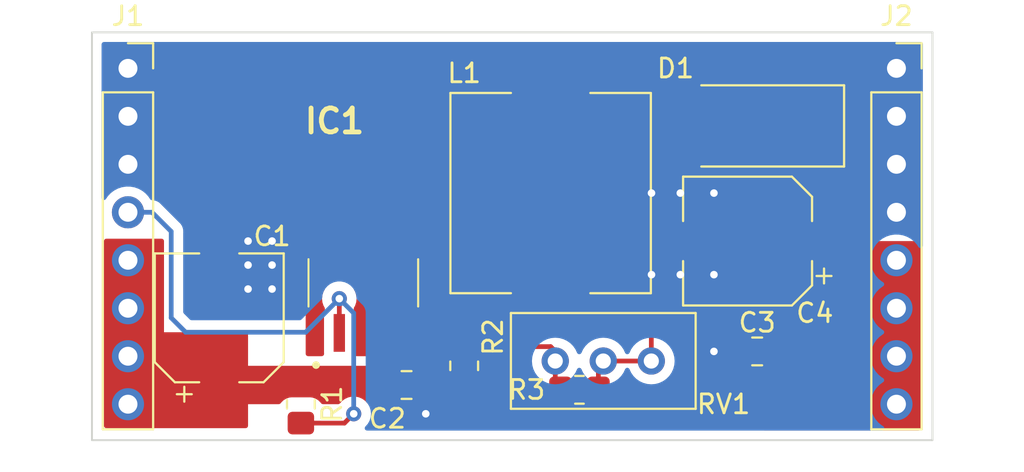
<source format=kicad_pcb>
(kicad_pcb (version 20211014) (generator pcbnew)
  (layers (0 "F.Cu" signal) (31 "B.Cu" signal) (34 "B.Paste" user) (35 "F.Paste" user) (36 "B.SilkS" user "B.Silkscreen") (37 "F.SilkS" user "F.Silkscreen") (38 "B.Mask" user) (39 "F.Mask" user) (44 "Edge.Cuts" user))
  (net 0 "")
  (net 1 "/Vin")
  (net 2 "GND")
  (net 3 "/Vout")
  (net 4 "Net-(D1-Pad2)")
  (net 5 "Net-(IC1-Pad5)")
  (net 6 "Net-(IC1-Pad2)")
  (footprint "Diode_SMD:D_SMA-SMB_Universal_Handsoldering" (layer "F.Cu") (at 152.4 64.008 180)
    (fp_text reference "D1" (at 4.064 3.048) (layer "F.SilkS"))
    (fp_text value "D_Schottky")
    (fp_line (start -4.85 2.15) (end 2.7 2.15) (layer "F.SilkS") (width 0.12))
    (fp_line (start -4.85 -2.15) (end 2.7 -2.15) (layer "F.SilkS") (width 0.12))
    (fp_line (start -4.85 -2.15) (end -4.85 2.15) (layer "F.SilkS") (width 0.12))
    (pad "1" smd trapezoid locked (at -2.9 0 180) (size 3.6 1.7) (rect_delta 0.6 0) (layers "F.Cu" "F.Paste" "F.Mask") (net 3 "/Vout"))
    (pad "2" smd trapezoid locked (at 2.9 0) (size 3.6 1.7) (rect_delta 0.6 0) (layers "F.Cu" "F.Paste" "F.Mask") (net 4 "Net-(D1-Pad2)"))
  )
  (footprint "SamacSys_Parts:XL6008" (layer "F.Cu") (at 131.826 74.966)
    (fp_text reference "IC1" (at -1.524 -11.212) (layer "F.SilkS") (effects (font (size 1.27 1.27) (thickness 0.254))))
    (fp_text value "XL6008" hide)
    (fp_line (start -2.6 1.7) (end -2.6 1.7) (layer "F.SilkS") (width 0.2))
    (fp_line (start -2.9 -3.9) (end -2.9 -1.4) (layer "F.SilkS") (width 0.1))
    (fp_line (start 2.9 -1.4) (end 2.9 -1.4) (layer "F.SilkS") (width 0.1))
    (fp_line (start -2.9 -1.4) (end -2.9 -3.9) (layer "F.SilkS") (width 0.1))
    (fp_line (start -2.4 1.7) (end -2.4 1.7) (layer "F.SilkS") (width 0.2))
    (fp_line (start 2.9 -3.9) (end 2.9 -3.9) (layer "F.SilkS") (width 0.1))
    (fp_line (start -2.9 -1.4) (end -2.9 -1.4) (layer "F.SilkS") (width 0.1))
    (fp_line (start 2.9 -1.4) (end 2.9 -3.9) (layer "F.SilkS") (width 0.1))
    (fp_line (start -2.6 1.7) (end -2.6 1.7) (layer "F.SilkS") (width 0.2))
    (fp_line (start -2.9 -3.9) (end -2.9 -3.9) (layer "F.SilkS") (width 0.1))
    (fp_line (start 2.9 -3.9) (end 2.9 -1.4) (layer "F.SilkS") (width 0.1))
    (fp_arc (start -2.4 1.7) (mid -2.5 1.8) (end -2.6 1.7) (layer "F.SilkS") (width 0.2))
    (fp_arc (start -2.4 1.7) (mid -2.5 1.8) (end -2.6 1.7) (layer "F.SilkS") (width 0.2))
    (fp_arc (start -2.6 1.7) (mid -2.5 1.6) (end -2.4 1.7) (layer "F.SilkS") (width 0.2))
    (pad "1" smd rect locked (at -2.54 0) (size 0.6 2) (layers "F.Cu" "F.Paste" "F.Mask") (net 2 "GND"))
    (pad "2" smd rect locked (at -1.27 0) (size 0.6 2) (layers "F.Cu" "F.Paste" "F.Mask") (net 6 "Net-(IC1-Pad2)"))
    (pad "3" smd rect locked (at 0 0) (size 0.6 2) (layers "F.Cu" "F.Paste" "F.Mask") (net 4 "Net-(D1-Pad2)"))
    (pad "4" smd rect locked (at 1.27 0) (size 0.6 2) (layers "F.Cu" "F.Paste" "F.Mask") (net 1 "/Vin"))
    (pad "5" smd rect locked (at 2.54 0) (size 0.6 2) (layers "F.Cu" "F.Paste" "F.Mask") (net 5 "Net-(IC1-Pad5)"))
    (pad "6" smd rect locked (at 0 -7.2 90) (size 5.6 5.6) (layers "F.Cu" "F.Paste" "F.Mask") (net 4 "Net-(D1-Pad2)"))
  )
  (footprint "Potentiometer_THT:Potentiometer_Bourns_3296W_Vertical" (layer "F.Cu") (at 141.976 76.454 180)
    (fp_text reference "RV1" (at -8.9 -2.286 180) (layer "F.SilkS"))
    (fp_text value "R_Potentiometer")
    (fp_line (start -7.425 -2.53) (end -7.425 2.54) (layer "F.SilkS") (width 0.12))
    (fp_line (start -7.425 -2.53) (end 2.345 -2.53) (layer "F.SilkS") (width 0.12))
    (fp_line (start -7.425 2.54) (end 2.345 2.54) (layer "F.SilkS") (width 0.12))
    (fp_line (start 2.345 -2.53) (end 2.345 2.54) (layer "F.SilkS") (width 0.12))
    (pad "1" thru_hole circle locked (at 0 0 180) (size 1.44 1.44) (drill 0.8) (layers *.Cu *.Mask) (net 5 "Net-(IC1-Pad5)"))
    (pad "2" thru_hole circle locked (at -2.54 0 180) (size 1.44 1.44) (drill 0.8) (layers *.Cu *.Mask) (net 3 "/Vout"))
    (pad "3" thru_hole circle locked (at -5.08 0 180) (size 1.44 1.44) (drill 0.8) (layers *.Cu *.Mask) (net 3 "/Vout"))
  )
  (footprint "Inductor_SMD:L_10.4x10.4_H4.8" (layer "F.Cu") (at 141.732 67.564 90)
    (fp_text reference "L1" (at 6.35 -4.572 180) (layer "F.SilkS"))
    (fp_text value "33uH")
    (fp_line (start -5.3 -2.1) (end -5.3 -5.3) (layer "F.SilkS") (width 0.12))
    (fp_line (start -5.3 5.3) (end -5.3 2.1) (layer "F.SilkS") (width 0.12))
    (fp_line (start -5.3 -5.3) (end 5.3 -5.3) (layer "F.SilkS") (width 0.12))
    (fp_line (start 5.3 2.1) (end 5.3 5.3) (layer "F.SilkS") (width 0.12))
    (fp_line (start 5.3 5.3) (end -5.3 5.3) (layer "F.SilkS") (width 0.12))
    (fp_line (start 5.3 -5.3) (end 5.3 -2.1) (layer "F.SilkS") (width 0.12))
    (pad "1" smd rect locked (at -4.15 0 90) (size 2.7 3.6) (layers "F.Cu" "F.Paste" "F.Mask") (net 1 "/Vin"))
    (pad "2" smd rect locked (at 4.15 0 90) (size 2.7 3.6) (layers "F.Cu" "F.Paste" "F.Mask") (net 4 "Net-(D1-Pad2)"))
  )
  (footprint "Resistor_SMD:R_0805_2012Metric_Pad1.20x1.40mm_HandSolder" (layer "F.Cu") (at 137.16 76.708 -90)
    (fp_text reference "R2" (at -1.524 -1.524 90) (layer "F.SilkS"))
    (fp_text value "R_Small")
    (fp_line (start -0.227064 -0.735) (end 0.227064 -0.735) (layer "F.SilkS") (width 0.12))
    (fp_line (start -0.227064 0.735) (end 0.227064 0.735) (layer "F.SilkS") (width 0.12))
    (pad "1" smd roundrect locked (at -1 0 270) (size 1.2 1.4) (layers "F.Cu" "F.Paste" "F.Mask") (roundrect_rratio 0.208333) (net 5 "Net-(IC1-Pad5)"))
    (pad "2" smd roundrect locked (at 1 0 270) (size 1.2 1.4) (layers "F.Cu" "F.Paste" "F.Mask") (roundrect_rratio 0.208333) (net 2 "GND"))
  )
  (footprint "Resistor_SMD:R_0805_2012Metric_Pad1.20x1.40mm_HandSolder" (layer "F.Cu") (at 143.256 77.978 180)
    (fp_text reference "R3" (at 2.794 0) (layer "F.SilkS"))
    (fp_text value "R_opt")
    (fp_line (start -0.227064 -0.735) (end 0.227064 -0.735) (layer "F.SilkS") (width 0.12))
    (fp_line (start -0.227064 0.735) (end 0.227064 0.735) (layer "F.SilkS") (width 0.12))
    (pad "1" smd roundrect locked (at -1 0 180) (size 1.2 1.4) (layers "F.Cu" "F.Paste" "F.Mask") (roundrect_rratio 0.208333) (net 3 "/Vout"))
    (pad "2" smd roundrect locked (at 1 0 180) (size 1.2 1.4) (layers "F.Cu" "F.Paste" "F.Mask") (roundrect_rratio 0.208333) (net 5 "Net-(IC1-Pad5)"))
  )
  (footprint "Capacitor_SMD:C_0805_2012Metric_Pad1.18x1.45mm_HandSolder" (layer "F.Cu") (at 134.112 77.724)
    (fp_text reference "C2" (at -1.016 1.778) (layer "F.SilkS"))
    (fp_text value "105")
    (fp_line (start -0.261252 -0.735) (end 0.261252 -0.735) (layer "F.SilkS") (width 0.12))
    (fp_line (start -0.261252 0.735) (end 0.261252 0.735) (layer "F.SilkS") (width 0.12))
    (pad "1" smd roundrect locked (at -1.0375 0) (size 1.175 1.45) (layers "F.Cu" "F.Paste" "F.Mask") (roundrect_rratio 0.212766) (net 1 "/Vin"))
    (pad "2" smd roundrect locked (at 1.0375 0) (size 1.175 1.45) (layers "F.Cu" "F.Paste" "F.Mask") (roundrect_rratio 0.212766) (net 2 "GND"))
  )
  (footprint "Resistor_SMD:R_0805_2012Metric_Pad1.20x1.40mm_HandSolder" (layer "F.Cu") (at 128.524 78.74 -90)
    (fp_text reference "R1" (at 0 -1.65 90) (layer "F.SilkS"))
    (fp_text value "R_Small")
    (fp_line (start -0.227064 -0.735) (end 0.227064 -0.735) (layer "F.SilkS") (width 0.12))
    (fp_line (start -0.227064 0.735) (end 0.227064 0.735) (layer "F.SilkS") (width 0.12))
    (pad "1" smd roundrect locked (at -1 0 270) (size 1.2 1.4) (layers "F.Cu" "F.Paste" "F.Mask") (roundrect_rratio 0.208333) (net 1 "/Vin"))
    (pad "2" smd roundrect locked (at 1 0 270) (size 1.2 1.4) (layers "F.Cu" "F.Paste" "F.Mask") (roundrect_rratio 0.208333) (net 6 "Net-(IC1-Pad2)"))
  )
  (footprint "Capacitor_SMD:CP_Elec_6.3x5.9" (layer "F.Cu") (at 124.206 74.168 90)
    (fp_text reference "C1" (at 4.318 2.794) (layer "F.SilkS"))
    (fp_text value "47uF/50V")
    (fp_line (start -2.345563 -3.41) (end 3.41 -3.41) (layer "F.SilkS") (width 0.12))
    (fp_line (start -3.41 2.345563) (end -3.41 1.06) (layer "F.SilkS") (width 0.12))
    (fp_line (start 3.41 3.41) (end 3.41 1.06) (layer "F.SilkS") (width 0.12))
    (fp_line (start -2.345563 3.41) (end 3.41 3.41) (layer "F.SilkS") (width 0.12))
    (fp_line (start -3.41 -2.345563) (end -2.345563 -3.41) (layer "F.SilkS") (width 0.12))
    (fp_line (start -3.41 -2.345563) (end -3.41 -1.06) (layer "F.SilkS") (width 0.12))
    (fp_line (start -4.4375 -1.8475) (end -3.65 -1.8475) (layer "F.SilkS") (width 0.12))
    (fp_line (start -4.04375 -2.24125) (end -4.04375 -1.45375) (layer "F.SilkS") (width 0.12))
    (fp_line (start -3.41 2.345563) (end -2.345563 3.41) (layer "F.SilkS") (width 0.12))
    (fp_line (start 3.41 -3.41) (end 3.41 -1.06) (layer "F.SilkS") (width 0.12))
    (pad "1" smd roundrect locked (at -2.8 0 90) (size 3.5 1.6) (layers "F.Cu" "F.Paste" "F.Mask") (roundrect_rratio 0.15625) (net 1 "/Vin"))
    (pad "2" smd roundrect locked (at 2.8 0 90) (size 3.5 1.6) (layers "F.Cu" "F.Paste" "F.Mask") (roundrect_rratio 0.15625) (net 2 "GND"))
  )
  (footprint "Capacitor_SMD:C_0805_2012Metric_Pad1.18x1.45mm_HandSolder" (layer "F.Cu") (at 152.654 75.946 180)
    (fp_text reference "C3" (at 0 1.524) (layer "F.SilkS"))
    (fp_text value "105")
    (fp_line (start -0.261252 0.735) (end 0.261252 0.735) (layer "F.SilkS") (width 0.12))
    (fp_line (start -0.261252 -0.735) (end 0.261252 -0.735) (layer "F.SilkS") (width 0.12))
    (pad "1" smd roundrect locked (at -1.0375 0 180) (size 1.175 1.45) (layers "F.Cu" "F.Paste" "F.Mask") (roundrect_rratio 0.212766) (net 3 "/Vout"))
    (pad "2" smd roundrect locked (at 1.0375 0 180) (size 1.175 1.45) (layers "F.Cu" "F.Paste" "F.Mask") (roundrect_rratio 0.212766) (net 2 "GND"))
  )
  (footprint "Connector_PinSocket_2.54mm:PinSocket_1x08_P2.54mm_Vertical" (layer "F.Cu") (at 160.02 60.96)
    (fp_text reference "J2" (at 0 -2.77) (layer "F.SilkS"))
    (fp_text value "Conn_01x08_Male")
    (fp_line (start 1.33 -1.33) (end 1.33 0) (layer "F.SilkS") (width 0.12))
    (fp_line (start -1.33 1.27) (end 1.33 1.27) (layer "F.SilkS") (width 0.12))
    (fp_line (start 1.33 1.27) (end 1.33 19.11) (layer "F.SilkS") (width 0.12))
    (fp_line (start -1.33 19.11) (end 1.33 19.11) (layer "F.SilkS") (width 0.12))
    (fp_line (start -1.33 1.27) (end -1.33 19.11) (layer "F.SilkS") (width 0.12))
    (fp_line (start 0 -1.33) (end 1.33 -1.33) (layer "F.SilkS") (width 0.12))
    (pad "1" thru_hole rect locked (at 0 0) (size 1.7 1.7) (drill 1) (layers *.Cu *.Mask) (net 2 "GND"))
    (pad "2" thru_hole oval locked (at 0 2.54) (size 1.7 1.7) (drill 1) (layers *.Cu *.Mask) (net 2 "GND"))
    (pad "3" thru_hole oval locked (at 0 5.08) (size 1.7 1.7) (drill 1) (layers *.Cu *.Mask) (net 2 "GND"))
    (pad "4" thru_hole oval locked (at 0 7.62) (size 1.7 1.7) (drill 1) (layers *.Cu *.Mask) (net 2 "GND"))
    (pad "5" thru_hole oval locked (at 0 10.16) (size 1.7 1.7) (drill 1) (layers *.Cu *.Mask) (net 3 "/Vout"))
    (pad "6" thru_hole oval locked (at 0 12.7) (size 1.7 1.7) (drill 1) (layers *.Cu *.Mask) (net 3 "/Vout"))
    (pad "7" thru_hole oval locked (at 0 15.24) (size 1.7 1.7) (drill 1) (layers *.Cu *.Mask) (net 3 "/Vout"))
    (pad "8" thru_hole oval locked (at 0 17.78) (size 1.7 1.7) (drill 1) (layers *.Cu *.Mask) (net 3 "/Vout"))
  )
  (footprint "Connector_PinSocket_2.54mm:PinSocket_1x08_P2.54mm_Vertical" (layer "F.Cu") (at 119.38 60.96)
    (fp_text reference "J1" (at 0 -2.77) (layer "F.SilkS"))
    (fp_text value "Conn_01x08_Male")
    (fp_line (start 1.33 -1.33) (end 1.33 0) (layer "F.SilkS") (width 0.12))
    (fp_line (start -1.33 1.27) (end 1.33 1.27) (layer "F.SilkS") (width 0.12))
    (fp_line (start 1.33 1.27) (end 1.33 19.11) (layer "F.SilkS") (width 0.12))
    (fp_line (start -1.33 19.11) (end 1.33 19.11) (layer "F.SilkS") (width 0.12))
    (fp_line (start -1.33 1.27) (end -1.33 19.11) (layer "F.SilkS") (width 0.12))
    (fp_line (start 0 -1.33) (end 1.33 -1.33) (layer "F.SilkS") (width 0.12))
    (pad "1" thru_hole rect locked (at 0 0) (size 1.7 1.7) (drill 1) (layers *.Cu *.Mask) (net 2 "GND"))
    (pad "2" thru_hole oval locked (at 0 2.54) (size 1.7 1.7) (drill 1) (layers *.Cu *.Mask) (net 2 "GND"))
    (pad "3" thru_hole oval locked (at 0 5.08) (size 1.7 1.7) (drill 1) (layers *.Cu *.Mask) (net 2 "GND"))
    (pad "4" thru_hole oval locked (at 0 7.62) (size 1.7 1.7) (drill 1) (layers *.Cu *.Mask) (net 6 "Net-(IC1-Pad2)"))
    (pad "5" thru_hole oval locked (at 0 10.16) (size 1.7 1.7) (drill 1) (layers *.Cu *.Mask) (net 1 "/Vin"))
    (pad "6" thru_hole oval locked (at 0 12.7) (size 1.7 1.7) (drill 1) (layers *.Cu *.Mask) (net 1 "/Vin"))
    (pad "7" thru_hole oval locked (at 0 15.24) (size 1.7 1.7) (drill 1) (layers *.Cu *.Mask) (net 1 "/Vin"))
    (pad "8" thru_hole oval locked (at 0 17.78) (size 1.7 1.7) (drill 1) (layers *.Cu *.Mask) (net 1 "/Vin"))
  )
  (footprint "Capacitor_SMD:CP_Elec_6.3x5.9" (layer "F.Cu") (at 152.146 70.104 180)
    (fp_text reference "C4" (at -3.556 -3.81) (layer "F.SilkS"))
    (fp_text value "220uF/50V")
    (fp_line (start -3.41 -2.345563) (end -3.41 -1.06) (layer "F.SilkS") (width 0.12))
    (fp_line (start -2.345563 -3.41) (end 3.41 -3.41) (layer "F.SilkS") (width 0.12))
    (fp_line (start -3.41 2.345563) (end -2.345563 3.41) (layer "F.SilkS") (width 0.12))
    (fp_line (start -3.41 -2.345563) (end -2.345563 -3.41) (layer "F.SilkS") (width 0.12))
    (fp_line (start 3.41 3.41) (end 3.41 1.06) (layer "F.SilkS") (width 0.12))
    (fp_line (start -3.41 2.345563) (end -3.41 1.06) (layer "F.SilkS") (width 0.12))
    (fp_line (start 3.41 -3.41) (end 3.41 -1.06) (layer "F.SilkS") (width 0.12))
    (fp_line (start -4.04375 -2.24125) (end -4.04375 -1.45375) (layer "F.SilkS") (width 0.12))
    (fp_line (start -4.4375 -1.8475) (end -3.65 -1.8475) (layer "F.SilkS") (width 0.12))
    (fp_line (start -2.345563 3.41) (end 3.41 3.41) (layer "F.SilkS") (width 0.12))
    (pad "1" smd roundrect locked (at -2.8 0 180) (size 3.5 1.6) (layers "F.Cu" "F.Paste" "F.Mask") (roundrect_rratio 0.15625) (net 3 "/Vout"))
    (pad "2" smd roundrect locked (at 2.8 0 180) (size 3.5 1.6) (layers "F.Cu" "F.Paste" "F.Mask") (roundrect_rratio 0.15625) (net 2 "GND"))
  )
  (gr_rect (start 117.475 59.055) (end 161.925 80.645) (layer "Edge.Cuts") (width 0.1) (fill none))
  (segment (start 137.144 77.724) (end 137.16 77.708) (width 0.25) (layer "F.Cu") (net 2))
  (segment (start 135.1495 79.2265) (end 135.128 79.248) (width 0.25) (layer "F.Cu") (net 2))
  (segment (start 151.6165 75.946) (end 150.368 75.946) (width 0.25) (layer "F.Cu") (net 2))
  (segment (start 135.1495 77.724) (end 135.1495 79.2265) (width 0.25) (layer "F.Cu") (net 2))
  (segment (start 135.1495 77.724) (end 137.144 77.724) (width 0.25) (layer "F.Cu") (net 2))
  (via (at 150.368 71.882) (size 0.8) (drill 0.4) (layers "F.Cu" "B.Cu") (net 2))
  (via (at 127 71.374) (size 0.8) (drill 0.4) (layers "F.Cu" "B.Cu") (net 2))
  (via (at 127 70.104) (size 0.8) (drill 0.4) (layers "F.Cu" "B.Cu") (net 2))
  (via (at 148.59 71.882) (size 0.8) (drill 0.4) (layers "F.Cu" "B.Cu") (net 2))
  (via (at 125.73 70.104) (size 0.8) (drill 0.4) (layers "F.Cu" "B.Cu") (net 2))
  (via (at 125.73 72.644) (size 0.8) (drill 0.4) (layers "F.Cu" "B.Cu") (net 2))
  (via (at 147.066 71.882) (size 0.8) (drill 0.4) (layers "F.Cu" "B.Cu") (net 2))
  (via (at 148.59 67.564) (size 0.8) (drill 0.4) (layers "F.Cu" "B.Cu") (net 2))
  (via (at 135.128 79.248) (size 0.8) (drill 0.4) (layers "F.Cu" "B.Cu") (net 2))
  (via (at 147.066 67.564) (size 0.8) (drill 0.4) (layers "F.Cu" "B.Cu") (net 2))
  (via (at 150.368 67.564) (size 0.8) (drill 0.4) (layers "F.Cu" "B.Cu") (net 2))
  (via (at 125.73 71.374) (size 0.8) (drill 0.4) (layers "F.Cu" "B.Cu") (net 2))
  (via (at 127 72.644) (size 0.8) (drill 0.4) (layers "F.Cu" "B.Cu") (net 2))
  (via (at 150.368 75.946) (size 0.8) (drill 0.4) (layers "F.Cu" "B.Cu") (net 2))
  (segment (start 147.574 74.168) (end 147.828 73.914) (width 0.25) (layer "F.Cu") (net 3))
  (segment (start 147.056 76.454) (end 147.056 74.686) (width 0.25) (layer "F.Cu") (net 3))
  (segment (start 144.256 76.714) (end 144.516 76.454) (width 0.25) (layer "F.Cu") (net 3))
  (segment (start 144.516 76.454) (end 147.056 76.454) (width 0.25) (layer "F.Cu") (net 3))
  (segment (start 147.056 74.686) (end 147.574 74.168) (width 0.25) (layer "F.Cu") (net 3))
  (segment (start 147.828 73.914) (end 153.67 73.914) (width 0.25) (layer "F.Cu") (net 3))
  (segment (start 144.256 77.978) (end 144.256 76.714) (width 0.25) (layer "F.Cu") (net 3))
  (segment (start 137.176 75.692) (end 141.732 75.692) (width 0.25) (layer "F.Cu") (net 5))
  (segment (start 141.976 77.698) (end 142.256 77.978) (width 0.25) (layer "F.Cu") (net 5))
  (segment (start 141.976 76.454) (end 141.976 77.698) (width 0.25) (layer "F.Cu") (net 5))
  (segment (start 136.418 74.966) (end 137.16 75.708) (width 0.25) (layer "F.Cu") (net 5))
  (segment (start 134.366 74.966) (end 136.418 74.966) (width 0.25) (layer "F.Cu") (net 5))
  (segment (start 137.16 75.708) (end 137.176 75.692) (width 0.25) (layer "F.Cu") (net 5))
  (segment (start 141.976 75.936) (end 141.976 76.454) (width 0.25) (layer "F.Cu") (net 5))
  (segment (start 141.732 75.692) (end 141.976 75.936) (width 0.25) (layer "F.Cu") (net 5))
  (segment (start 128.524 79.74) (end 130.826 79.74) (width 0.25) (layer "F.Cu") (net 6))
  (segment (start 130.826 79.74) (end 131.318 79.248) (width 0.25) (layer "F.Cu") (net 6))
  (segment (start 130.556 73.152) (end 130.556 74.966) (width 0.25) (layer "F.Cu") (net 6))
  (via (at 131.318 79.248) (size 0.8) (drill 0.4) (layers "F.Cu" "B.Cu") (net 6))
  (via (at 130.556 73.152) (size 0.8) (drill 0.4) (layers "F.Cu" "B.Cu") (net 6))
  (segment (start 128.778 74.93) (end 122.428 74.93) (width 0.25) (layer "B.Cu") (net 6))
  (segment (start 121.666 74.168) (end 121.666 69.596) (width 0.25) (layer "B.Cu") (net 6))
  (segment (start 131.318 73.914) (end 130.556 73.152) (width 0.25) (layer "B.Cu") (net 6))
  (segment (start 130.556 73.152) (end 128.778 74.93) (width 0.25) (layer "B.Cu") (net 6))
  (segment (start 121.666 69.596) (end 120.65 68.58) (width 0.25) (layer "B.Cu") (net 6))
  (segment (start 120.65 68.58) (end 119.38 68.58) (width 0.25) (layer "B.Cu") (net 6))
  (segment (start 122.428 74.93) (end 121.666 74.168) (width 0.25) (layer "B.Cu") (net 6))
  (segment (start 131.318 79.248) (end 131.318 73.914) (width 0.25) (layer "B.Cu") (net 6))
  (zone (net 4) (net_name "Net-(D1-Pad2)") (layer "F.Cu") (connect_pads yes (clearance 0.508)) (min_thickness 0.254) (fill yes (thermal_gap 0.508) (thermal_bridge_width 0.508) (island_removal_mode 2) (island_area_min 0))
    (polygon (pts (xy 151.638 65.278) (xy 135.128 65.278) (xy 135.128 70.866) (xy 132.334 70.866) (xy 132.334 76.2) (xy 131.318 76.2) (xy 131.318 70.866) (xy 128.778 70.866) (xy 128.778 61.722) (xy 151.638 61.722)))
  )
  (zone (net 2) (net_name "GND") (layer "F.Cu") (connect_pads yes (clearance 0.508)) (min_thickness 0.254) (fill yes (thermal_gap 0.508) (thermal_bridge_width 0.508))
    (polygon (pts (xy 127.762 72.39) (xy 129.794 72.39) (xy 129.794 76.2) (xy 128.778 76.2) (xy 128.778 73.406) (xy 123.19 73.406) (xy 123.19 69.342) (xy 127.762 69.342)))
  )
  (zone (net 1) (net_name "/Vin") (layer "F.Cu") (connect_pads yes (clearance 0.508)) (min_thickness 0.254) (fill yes (thermal_gap 0.508) (thermal_bridge_width 0.508))
    (polygon (pts (xy 121.285 74.93) (xy 125.73 74.93) (xy 125.73 80.01) (xy 118.11 80.01) (xy 118.11 69.977) (xy 121.285 69.977)))
  )
  (zone (net 3) (net_name "/Vout") (layer "F.Cu") (connect_pads thru_hole_only (clearance 0.508)) (min_thickness 0.254) (fill yes (thermal_gap 0.508) (thermal_bridge_width 0.508))
    (polygon (pts (xy 157.48 77.216) (xy 152.908 77.216) (xy 152.908 61.722) (xy 157.48 61.722)))
  )
  (zone (net 1) (net_name "/Vin") (layer "F.Cu") (connect_pads thru_hole_only (clearance 0.508)) (min_thickness 0.254) (fill yes (thermal_gap 0.508) (thermal_bridge_width 0.508))
    (polygon (pts (xy 144.018 73.406) (xy 133.604 73.406) (xy 133.604 78.74) (xy 125.476 78.74) (xy 125.476 79.248) (xy 122.936 79.248) (xy 122.936 74.93) (xy 125.476 74.93) (xy 125.476 76.708) (xy 132.588 76.708) (xy 132.588 72.39) (xy 139.446 72.39) (xy 139.446 70.104) (xy 144.018 70.104)))
  )
  (zone (net 3) (net_name "/Vout") (layer "F.Cu") (connect_pads yes (clearance 0.508)) (min_thickness 0.254) (fill yes (thermal_gap 0.508) (thermal_bridge_width 0.508))
    (polygon (pts (xy 157.48 70.104) (xy 161.29 70.104) (xy 161.29 80.264) (xy 152.908 80.264) (xy 152.908 68.834) (xy 157.48 68.834)))
  )
  (zone (net 2) (net_name "GND") (layer "F.Cu") (connect_pads yes (clearance 0.508)) (min_thickness 0.254) (fill yes (thermal_gap 0.508) (thermal_bridge_width 0.508))
    (polygon (pts (xy 151.384 72.39) (xy 146.304 72.39) (xy 146.304 66.802) (xy 151.384 66.802)))
  )
  (zone (net 2) (net_name "GND") (layer "B.Cu") (connect_pads yes (clearance 0.508)) (min_thickness 0.254) (fill yes (thermal_gap 0.508) (thermal_bridge_width 0.508))
    (polygon (pts (xy 162.052 80.772) (xy 117.348 80.772) (xy 117.348 58.928) (xy 162.052 58.928)))
  )
)
</source>
